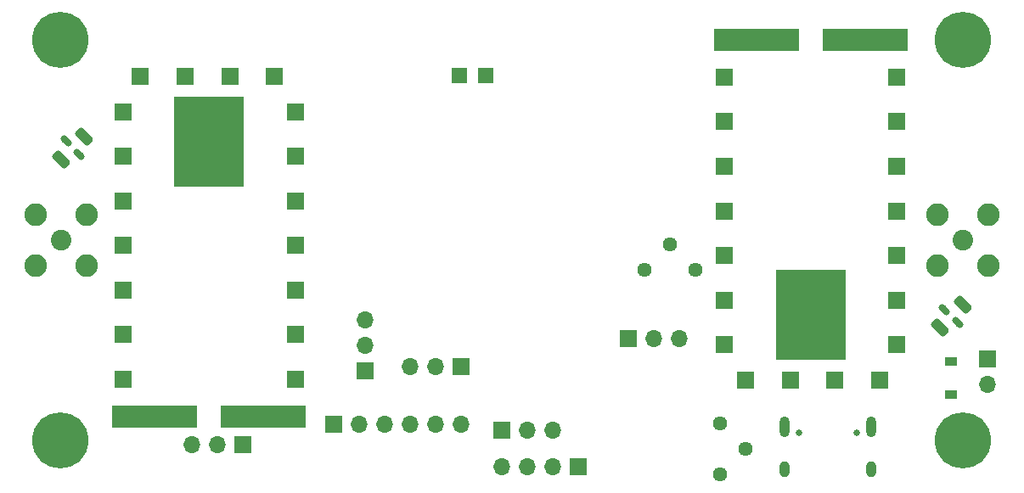
<source format=gbr>
%TF.GenerationSoftware,KiCad,Pcbnew,(6.0.9)*%
%TF.CreationDate,2022-12-22T22:01:23+02:00*%
%TF.ProjectId,cross_band_handy_walkie_talkie_V1,63726f73-735f-4626-916e-645f68616e64,rev?*%
%TF.SameCoordinates,Original*%
%TF.FileFunction,Soldermask,Bot*%
%TF.FilePolarity,Negative*%
%FSLAX46Y46*%
G04 Gerber Fmt 4.6, Leading zero omitted, Abs format (unit mm)*
G04 Created by KiCad (PCBNEW (6.0.9)) date 2022-12-22 22:01:23*
%MOMM*%
%LPD*%
G01*
G04 APERTURE LIST*
G04 Aperture macros list*
%AMRoundRect*
0 Rectangle with rounded corners*
0 $1 Rounding radius*
0 $2 $3 $4 $5 $6 $7 $8 $9 X,Y pos of 4 corners*
0 Add a 4 corners polygon primitive as box body*
4,1,4,$2,$3,$4,$5,$6,$7,$8,$9,$2,$3,0*
0 Add four circle primitives for the rounded corners*
1,1,$1+$1,$2,$3*
1,1,$1+$1,$4,$5*
1,1,$1+$1,$6,$7*
1,1,$1+$1,$8,$9*
0 Add four rect primitives between the rounded corners*
20,1,$1+$1,$2,$3,$4,$5,0*
20,1,$1+$1,$4,$5,$6,$7,0*
20,1,$1+$1,$6,$7,$8,$9,0*
20,1,$1+$1,$8,$9,$2,$3,0*%
G04 Aperture macros list end*
%ADD10R,1.700000X1.700000*%
%ADD11O,1.700000X1.700000*%
%ADD12C,5.600000*%
%ADD13C,3.600000*%
%ADD14C,1.440000*%
%ADD15C,2.050000*%
%ADD16C,2.250000*%
%ADD17C,0.650000*%
%ADD18O,1.000000X1.600000*%
%ADD19O,1.000000X2.100000*%
%ADD20RoundRect,0.249600X0.268701X-0.651104X0.651104X-0.268701X-0.268701X0.651104X-0.651104X0.268701X0*%
%ADD21RoundRect,0.152500X0.224506X-0.440174X0.440174X-0.224506X-0.224506X0.440174X-0.440174X0.224506X0*%
%ADD22C,0.610000*%
%ADD23R,1.500000X1.500000*%
%ADD24R,1.200000X0.900000*%
%ADD25R,1.800000X1.800000*%
%ADD26R,8.500000X2.200000*%
%ADD27R,7.000000X9.000000*%
%ADD28RoundRect,0.249600X-0.268701X0.651104X-0.651104X0.268701X0.268701X-0.651104X0.651104X-0.268701X0*%
%ADD29RoundRect,0.152500X-0.224506X0.440174X-0.440174X0.224506X0.224506X-0.440174X0.440174X-0.224506X0*%
G04 APERTURE END LIST*
D10*
%TO.C,J5*%
X73200000Y-95400000D03*
D11*
X70660000Y-95400000D03*
X68120000Y-95400000D03*
%TD*%
D12*
%TO.C,H2*%
X145000000Y-95000000D03*
D13*
X145000000Y-95000000D03*
%TD*%
D10*
%TO.C,J3*%
X111600000Y-84800000D03*
D11*
X114140000Y-84800000D03*
X116680000Y-84800000D03*
%TD*%
D14*
%TO.C,RV1*%
X113225000Y-78000000D03*
X115765000Y-75460000D03*
X118305000Y-78000000D03*
%TD*%
D10*
%TO.C,J2*%
X99000000Y-94000000D03*
D11*
X101540000Y-94000000D03*
X104080000Y-94000000D03*
%TD*%
D13*
%TO.C,H3*%
X55000000Y-95000000D03*
D12*
X55000000Y-95000000D03*
%TD*%
D10*
%TO.C,J7*%
X106600000Y-97600000D03*
D11*
X104060000Y-97600000D03*
X101520000Y-97600000D03*
X98980000Y-97600000D03*
%TD*%
D15*
%TO.C,J15*%
X144950000Y-75000000D03*
D16*
X142410000Y-77540000D03*
X142410000Y-72460000D03*
X147490000Y-72460000D03*
X147490000Y-77540000D03*
%TD*%
D10*
%TO.C,J4*%
X85350000Y-88050000D03*
D11*
X85350000Y-85510000D03*
X85350000Y-82970000D03*
%TD*%
D14*
%TO.C,RV2*%
X120775000Y-93275000D03*
X123315000Y-95815000D03*
X120775000Y-98355000D03*
%TD*%
D15*
%TO.C,J14*%
X55050000Y-75000000D03*
D16*
X57590000Y-77540000D03*
X52510000Y-77540000D03*
X57590000Y-72460000D03*
X52510000Y-72460000D03*
%TD*%
D12*
%TO.C,H4*%
X145000000Y-55000000D03*
D13*
X145000000Y-55000000D03*
%TD*%
D10*
%TO.C,J1*%
X82250000Y-93400000D03*
D11*
X84790000Y-93400000D03*
X87330000Y-93400000D03*
X89870000Y-93400000D03*
X92410000Y-93400000D03*
X94950000Y-93400000D03*
%TD*%
D10*
%TO.C,JP1*%
X94940000Y-87600000D03*
D11*
X92400000Y-87600000D03*
X89860000Y-87600000D03*
%TD*%
D10*
%TO.C,J9*%
X147400000Y-86860000D03*
D11*
X147400000Y-89400000D03*
%TD*%
D12*
%TO.C,H1*%
X55000000Y-55000000D03*
D13*
X55000000Y-55000000D03*
%TD*%
D17*
%TO.C,J6*%
X128610000Y-94210000D03*
X134390000Y-94210000D03*
D18*
X127180000Y-97860000D03*
X135820000Y-97860000D03*
D19*
X127180000Y-93680000D03*
X135820000Y-93680000D03*
%TD*%
D20*
%TO.C,FL2*%
X142650951Y-83749049D03*
D21*
X143144158Y-81944158D03*
D22*
X143018647Y-81818647D03*
D20*
X144949049Y-81450951D03*
D22*
X144581353Y-83381353D03*
D21*
X144455842Y-83255842D03*
%TD*%
D23*
%TO.C,TP8*%
X97400000Y-58600000D03*
%TD*%
%TO.C,TP9*%
X94800000Y-58600000D03*
%TD*%
D24*
%TO.C,D3*%
X143800000Y-90450000D03*
X143800000Y-87150000D03*
%TD*%
D25*
%TO.C,U14*%
X121200000Y-58750000D03*
X121200000Y-63200000D03*
X121200000Y-67650000D03*
X121200000Y-72100000D03*
X121200000Y-76550000D03*
X121200000Y-81000000D03*
X121200000Y-85450000D03*
X123290000Y-89000000D03*
X127740000Y-89000000D03*
D26*
X135200000Y-55050000D03*
X124400000Y-55050000D03*
D27*
X129800000Y-82450000D03*
D25*
X132190000Y-89000000D03*
X136640000Y-89000000D03*
X138400000Y-85450000D03*
X138400000Y-81000000D03*
X138400000Y-76550000D03*
X138400000Y-72100000D03*
X138400000Y-67650000D03*
X138400000Y-63200000D03*
X138400000Y-58750000D03*
%TD*%
D28*
%TO.C,FL1*%
X57349049Y-64650951D03*
D29*
X56855842Y-66455842D03*
D22*
X56981353Y-66581353D03*
D28*
X55050951Y-66949049D03*
D22*
X55418647Y-65018647D03*
D29*
X55544158Y-65144158D03*
%TD*%
D25*
%TO.C,U13*%
X78400000Y-88900000D03*
X78400000Y-84450000D03*
X78400000Y-80000000D03*
X78400000Y-75550000D03*
X78400000Y-71100000D03*
X78400000Y-66650000D03*
X78400000Y-62200000D03*
X76310000Y-58650000D03*
X71860000Y-58650000D03*
D26*
X75200000Y-92600000D03*
D27*
X69800000Y-65200000D03*
D25*
X67410000Y-58650000D03*
D26*
X64400000Y-92600000D03*
D25*
X62960000Y-58650000D03*
X61200000Y-62200000D03*
X61200000Y-66650000D03*
X61200000Y-71100000D03*
X61200000Y-75550000D03*
X61200000Y-80000000D03*
X61200000Y-84450000D03*
X61200000Y-88900000D03*
%TD*%
M02*

</source>
